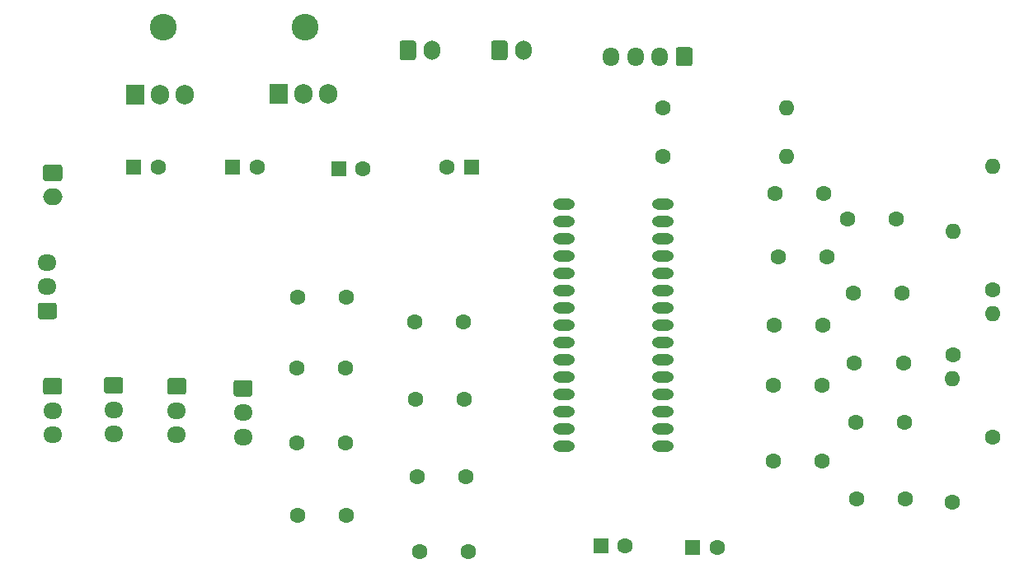
<source format=gbr>
%TF.GenerationSoftware,KiCad,Pcbnew,(5.1.6)-1*%
%TF.CreationDate,2020-09-04T13:31:07+05:30*%
%TF.ProjectId,tda7439,74646137-3433-4392-9e6b-696361645f70,rev?*%
%TF.SameCoordinates,Original*%
%TF.FileFunction,Copper,L1,Top*%
%TF.FilePolarity,Positive*%
%FSLAX46Y46*%
G04 Gerber Fmt 4.6, Leading zero omitted, Abs format (unit mm)*
G04 Created by KiCad (PCBNEW (5.1.6)-1) date 2020-09-04 13:31:07*
%MOMM*%
%LPD*%
G01*
G04 APERTURE LIST*
%TA.AperFunction,ComponentPad*%
%ADD10C,2.748280*%
%TD*%
%TA.AperFunction,ComponentPad*%
%ADD11O,1.950000X1.700000*%
%TD*%
%TA.AperFunction,ComponentPad*%
%ADD12O,1.700000X1.950000*%
%TD*%
%TA.AperFunction,ComponentPad*%
%ADD13C,1.600000*%
%TD*%
%TA.AperFunction,ComponentPad*%
%ADD14R,1.600000X1.600000*%
%TD*%
%TA.AperFunction,ComponentPad*%
%ADD15O,2.216000X1.108000*%
%TD*%
%TA.AperFunction,ComponentPad*%
%ADD16O,2.000000X1.700000*%
%TD*%
%TA.AperFunction,ComponentPad*%
%ADD17O,1.700000X2.000000*%
%TD*%
%TA.AperFunction,ComponentPad*%
%ADD18O,1.600000X1.600000*%
%TD*%
%TA.AperFunction,ComponentPad*%
%ADD19O,1.905000X2.000000*%
%TD*%
%TA.AperFunction,ComponentPad*%
%ADD20R,1.905000X2.000000*%
%TD*%
G04 APERTURE END LIST*
D10*
%TO.P,hs_5770,*%
%TO.N,*%
X90250000Y-83176640D03*
%TD*%
%TO.P,hs_5770,*%
%TO.N,*%
X75750000Y-83201640D03*
%TD*%
%TO.P,J2,1*%
%TO.N,L-OUT*%
%TA.AperFunction,ComponentPad*%
G36*
G01*
X64525000Y-113200000D02*
X63075000Y-113200000D01*
G75*
G02*
X62825000Y-112950000I0J250000D01*
G01*
X62825000Y-111750000D01*
G75*
G02*
X63075000Y-111500000I250000J0D01*
G01*
X64525000Y-111500000D01*
G75*
G02*
X64775000Y-111750000I0J-250000D01*
G01*
X64775000Y-112950000D01*
G75*
G02*
X64525000Y-113200000I-250000J0D01*
G01*
G37*
%TD.AperFunction*%
D11*
%TO.P,J2,2*%
%TO.N,GND*%
X63800000Y-109850000D03*
%TO.P,J2,3*%
%TO.N,R-OUT*%
X63800000Y-107350000D03*
%TD*%
%TO.P,J9,1*%
%TO.N,Net-(J9-Pad1)*%
%TA.AperFunction,ComponentPad*%
G36*
G01*
X130050000Y-85475000D02*
X130050000Y-86925000D01*
G75*
G02*
X129800000Y-87175000I-250000J0D01*
G01*
X128600000Y-87175000D01*
G75*
G02*
X128350000Y-86925000I0J250000D01*
G01*
X128350000Y-85475000D01*
G75*
G02*
X128600000Y-85225000I250000J0D01*
G01*
X129800000Y-85225000D01*
G75*
G02*
X130050000Y-85475000I0J-250000D01*
G01*
G37*
%TD.AperFunction*%
D12*
%TO.P,J9,2*%
%TO.N,SCL*%
X126700000Y-86200000D03*
%TO.P,J9,3*%
%TO.N,SDA*%
X124200000Y-86200000D03*
%TO.P,J9,4*%
%TO.N,DGND*%
X121700000Y-86200000D03*
%TD*%
D13*
%TO.P,C12,2*%
%TO.N,Net-(C12-Pad2)*%
X132600000Y-136650000D03*
D14*
%TO.P,C12,1*%
%TO.N,Net-(C12-Pad1)*%
X130100000Y-136650000D03*
%TD*%
%TO.P,C13,1*%
%TO.N,Net-(C13-Pad1)*%
X120625000Y-136475000D03*
D13*
%TO.P,C13,2*%
%TO.N,Net-(C13-Pad2)*%
X123125000Y-136475000D03*
%TD*%
%TO.P,C14,1*%
%TO.N,mi-r*%
X146900000Y-131700000D03*
%TO.P,C14,2*%
%TO.N,Net-(C14-Pad2)*%
X151900000Y-131700000D03*
%TD*%
%TO.P,C15,2*%
%TO.N,Net-(C14-Pad2)*%
X143350000Y-127800000D03*
%TO.P,C15,1*%
%TO.N,mo-r*%
X138350000Y-127800000D03*
%TD*%
%TO.P,C16,1*%
%TO.N,mi-l*%
X138850000Y-106800000D03*
%TO.P,C16,2*%
%TO.N,Net-(C16-Pad2)*%
X143850000Y-106800000D03*
%TD*%
%TO.P,C17,2*%
%TO.N,Net-(C16-Pad2)*%
X151600000Y-110550000D03*
%TO.P,C17,1*%
%TO.N,mo-l*%
X146600000Y-110550000D03*
%TD*%
%TO.P,C18,2*%
%TO.N,t-l*%
X146000000Y-102900000D03*
%TO.P,C18,1*%
%TO.N,GND*%
X151000000Y-102900000D03*
%TD*%
%TO.P,C19,1*%
%TO.N,bi-l*%
X146700000Y-117700000D03*
%TO.P,C19,2*%
%TO.N,Net-(C19-Pad2)*%
X151700000Y-117700000D03*
%TD*%
%TO.P,C20,2*%
%TO.N,Net-(C19-Pad2)*%
X143450000Y-113800000D03*
%TO.P,C20,1*%
%TO.N,bo-l*%
X138450000Y-113800000D03*
%TD*%
%TO.P,C21,1*%
%TO.N,bi-r*%
X146850000Y-123800000D03*
%TO.P,C21,2*%
%TO.N,Net-(C21-Pad2)*%
X151850000Y-123800000D03*
%TD*%
%TO.P,C22,2*%
%TO.N,Net-(C21-Pad2)*%
X143400000Y-120000000D03*
%TO.P,C22,1*%
%TO.N,bo-r*%
X138400000Y-120000000D03*
%TD*%
%TO.P,C23,1*%
%TO.N,GND*%
X143550000Y-100300000D03*
%TO.P,C23,2*%
%TO.N,t-r*%
X138550000Y-100300000D03*
%TD*%
D15*
%TO.P,U2,1*%
%TO.N,SDA*%
X116820000Y-101354000D03*
%TO.P,U2,2*%
%TO.N,Net-(C11-Pad1)*%
X116820000Y-103132000D03*
%TO.P,U2,3*%
%TO.N,+9V*%
X116820000Y-104910000D03*
%TO.P,U2,4*%
%TO.N,GND*%
X116820000Y-106688000D03*
%TO.P,U2,5*%
%TO.N,R-OUT*%
X116820000Y-108466000D03*
%TO.P,U2,6*%
%TO.N,L-OUT*%
X116820000Y-110244000D03*
%TO.P,U2,7*%
%TO.N,R4*%
X116820000Y-112022000D03*
%TO.P,U2,8*%
%TO.N,R3*%
X116820000Y-113800000D03*
%TO.P,U2,9*%
%TO.N,R2*%
X116820000Y-115578000D03*
%TO.P,U2,10*%
%TO.N,R1*%
X116820000Y-117356000D03*
%TO.P,U2,11*%
%TO.N,L1*%
X116820000Y-119134000D03*
%TO.P,U2,12*%
%TO.N,L2*%
X116820000Y-120912000D03*
%TO.P,U2,13*%
%TO.N,L3*%
X116820000Y-122690000D03*
%TO.P,U2,14*%
%TO.N,L4*%
X116820000Y-124468000D03*
%TO.P,U2,15*%
%TO.N,Net-(C13-Pad1)*%
X116820000Y-126246000D03*
%TO.P,U2,16*%
%TO.N,Net-(C13-Pad2)*%
X126980000Y-126246000D03*
%TO.P,U2,17*%
%TO.N,Net-(C12-Pad1)*%
X126980000Y-124468000D03*
%TO.P,U2,18*%
%TO.N,Net-(C12-Pad2)*%
X126980000Y-122690000D03*
%TO.P,U2,19*%
%TO.N,mi-r*%
X126980000Y-120912000D03*
%TO.P,U2,20*%
%TO.N,mo-r*%
X126980000Y-119134000D03*
%TO.P,U2,21*%
%TO.N,bi-r*%
X126980000Y-117356000D03*
%TO.P,U2,22*%
%TO.N,bo-r*%
X126980000Y-115578000D03*
%TO.P,U2,23*%
%TO.N,bi-l*%
X126980000Y-113800000D03*
%TO.P,U2,24*%
%TO.N,bo-l*%
X126980000Y-112022000D03*
%TO.P,U2,25*%
%TO.N,mo-l*%
X126980000Y-110244000D03*
%TO.P,U2,26*%
%TO.N,mi-l*%
X126980000Y-108466000D03*
%TO.P,U2,27*%
%TO.N,t-l*%
X126980000Y-106688000D03*
%TO.P,U2,28*%
%TO.N,t-r*%
X126980000Y-104910000D03*
%TO.P,U2,29*%
%TO.N,DGND*%
X126980000Y-103132000D03*
%TO.P,U2,30*%
%TO.N,SCL*%
X126980000Y-101354000D03*
%TD*%
D13*
%TO.P,C2,1*%
%TO.N,Net-(C2-Pad1)*%
X89450000Y-125950000D03*
%TO.P,C2,2*%
%TO.N,L1*%
X94450000Y-125950000D03*
%TD*%
%TO.P,C3,2*%
%TO.N,R2*%
X94400000Y-118200000D03*
%TO.P,C3,1*%
%TO.N,Net-(C3-Pad1)*%
X89400000Y-118200000D03*
%TD*%
%TO.P,C4,1*%
%TO.N,Net-(C4-Pad1)*%
X101800000Y-129400000D03*
%TO.P,C4,2*%
%TO.N,L2*%
X106800000Y-129400000D03*
%TD*%
%TO.P,C5,2*%
%TO.N,R3*%
X106500000Y-113500000D03*
%TO.P,C5,1*%
%TO.N,Net-(C5-Pad1)*%
X101500000Y-113500000D03*
%TD*%
%TO.P,C6,1*%
%TO.N,Net-(C6-Pad1)*%
X89500000Y-133400000D03*
%TO.P,C6,2*%
%TO.N,L3*%
X94500000Y-133400000D03*
%TD*%
%TO.P,C7,2*%
%TO.N,R4*%
X94500000Y-110900000D03*
%TO.P,C7,1*%
%TO.N,Net-(C7-Pad1)*%
X89500000Y-110900000D03*
%TD*%
%TO.P,C8,1*%
%TO.N,Net-(C8-Pad1)*%
X102000000Y-137100000D03*
%TO.P,C8,2*%
%TO.N,L4*%
X107000000Y-137100000D03*
%TD*%
D14*
%TO.P,C10,1*%
%TO.N,+5V*%
X82850000Y-97600000D03*
D13*
%TO.P,C10,2*%
%TO.N,GND*%
X85350000Y-97600000D03*
%TD*%
D14*
%TO.P,C11,1*%
%TO.N,Net-(C11-Pad1)*%
X107375000Y-97600000D03*
D13*
%TO.P,C11,2*%
%TO.N,GND*%
X104875000Y-97600000D03*
%TD*%
%TO.P,C25,2*%
%TO.N,GND*%
X96225000Y-97725000D03*
D14*
%TO.P,C25,1*%
%TO.N,+9V*%
X93725000Y-97725000D03*
%TD*%
D16*
%TO.P,J1,2*%
%TO.N,GND*%
X64350000Y-100650000D03*
%TO.P,J1,1*%
%TO.N,+12V*%
%TA.AperFunction,ComponentPad*%
G36*
G01*
X63600000Y-97300000D02*
X65100000Y-97300000D01*
G75*
G02*
X65350000Y-97550000I0J-250000D01*
G01*
X65350000Y-98750000D01*
G75*
G02*
X65100000Y-99000000I-250000J0D01*
G01*
X63600000Y-99000000D01*
G75*
G02*
X63350000Y-98750000I0J250000D01*
G01*
X63350000Y-97550000D01*
G75*
G02*
X63600000Y-97300000I250000J0D01*
G01*
G37*
%TD.AperFunction*%
%TD*%
D11*
%TO.P,J3,3*%
%TO.N,Net-(C4-Pad1)*%
X77100000Y-125100000D03*
%TO.P,J3,2*%
%TO.N,GND*%
X77100000Y-122600000D03*
%TO.P,J3,1*%
%TO.N,Net-(C3-Pad1)*%
%TA.AperFunction,ComponentPad*%
G36*
G01*
X76375000Y-119250000D02*
X77825000Y-119250000D01*
G75*
G02*
X78075000Y-119500000I0J-250000D01*
G01*
X78075000Y-120700000D01*
G75*
G02*
X77825000Y-120950000I-250000J0D01*
G01*
X76375000Y-120950000D01*
G75*
G02*
X76125000Y-120700000I0J250000D01*
G01*
X76125000Y-119500000D01*
G75*
G02*
X76375000Y-119250000I250000J0D01*
G01*
G37*
%TD.AperFunction*%
%TD*%
%TO.P,J4,1*%
%TO.N,Net-(C5-Pad1)*%
%TA.AperFunction,ComponentPad*%
G36*
G01*
X69875000Y-119150000D02*
X71325000Y-119150000D01*
G75*
G02*
X71575000Y-119400000I0J-250000D01*
G01*
X71575000Y-120600000D01*
G75*
G02*
X71325000Y-120850000I-250000J0D01*
G01*
X69875000Y-120850000D01*
G75*
G02*
X69625000Y-120600000I0J250000D01*
G01*
X69625000Y-119400000D01*
G75*
G02*
X69875000Y-119150000I250000J0D01*
G01*
G37*
%TD.AperFunction*%
%TO.P,J4,2*%
%TO.N,GND*%
X70600000Y-122500000D03*
%TO.P,J4,3*%
%TO.N,Net-(C6-Pad1)*%
X70600000Y-125000000D03*
%TD*%
%TO.P,J5,1*%
%TO.N,Net-(C7-Pad1)*%
%TA.AperFunction,ComponentPad*%
G36*
G01*
X63625000Y-119250000D02*
X65075000Y-119250000D01*
G75*
G02*
X65325000Y-119500000I0J-250000D01*
G01*
X65325000Y-120700000D01*
G75*
G02*
X65075000Y-120950000I-250000J0D01*
G01*
X63625000Y-120950000D01*
G75*
G02*
X63375000Y-120700000I0J250000D01*
G01*
X63375000Y-119500000D01*
G75*
G02*
X63625000Y-119250000I250000J0D01*
G01*
G37*
%TD.AperFunction*%
%TO.P,J5,2*%
%TO.N,GND*%
X64350000Y-122600000D03*
%TO.P,J5,3*%
%TO.N,Net-(C8-Pad1)*%
X64350000Y-125100000D03*
%TD*%
%TO.P,J6,3*%
%TO.N,Net-(C2-Pad1)*%
X83900000Y-125300000D03*
%TO.P,J6,2*%
%TO.N,GND*%
X83900000Y-122800000D03*
%TO.P,J6,1*%
%TO.N,Net-(C1-Pad1)*%
%TA.AperFunction,ComponentPad*%
G36*
G01*
X83175000Y-119450000D02*
X84625000Y-119450000D01*
G75*
G02*
X84875000Y-119700000I0J-250000D01*
G01*
X84875000Y-120900000D01*
G75*
G02*
X84625000Y-121150000I-250000J0D01*
G01*
X83175000Y-121150000D01*
G75*
G02*
X82925000Y-120900000I0J250000D01*
G01*
X82925000Y-119700000D01*
G75*
G02*
X83175000Y-119450000I250000J0D01*
G01*
G37*
%TD.AperFunction*%
%TD*%
%TO.P,J7,1*%
%TO.N,+9V*%
%TA.AperFunction,ComponentPad*%
G36*
G01*
X109375000Y-86300000D02*
X109375000Y-84800000D01*
G75*
G02*
X109625000Y-84550000I250000J0D01*
G01*
X110825000Y-84550000D01*
G75*
G02*
X111075000Y-84800000I0J-250000D01*
G01*
X111075000Y-86300000D01*
G75*
G02*
X110825000Y-86550000I-250000J0D01*
G01*
X109625000Y-86550000D01*
G75*
G02*
X109375000Y-86300000I0J250000D01*
G01*
G37*
%TD.AperFunction*%
D17*
%TO.P,J7,2*%
%TO.N,GND*%
X112725000Y-85550000D03*
%TD*%
%TO.P,J8,1*%
%TO.N,+5V*%
%TA.AperFunction,ComponentPad*%
G36*
G01*
X99975000Y-86300000D02*
X99975000Y-84800000D01*
G75*
G02*
X100225000Y-84550000I250000J0D01*
G01*
X101425000Y-84550000D01*
G75*
G02*
X101675000Y-84800000I0J-250000D01*
G01*
X101675000Y-86300000D01*
G75*
G02*
X101425000Y-86550000I-250000J0D01*
G01*
X100225000Y-86550000D01*
G75*
G02*
X99975000Y-86300000I0J250000D01*
G01*
G37*
%TD.AperFunction*%
%TO.P,J8,2*%
%TO.N,GND*%
X103325000Y-85550000D03*
%TD*%
D13*
%TO.P,R1,1*%
%TO.N,Net-(C14-Pad2)*%
X156775000Y-132025000D03*
D18*
%TO.P,R1,2*%
%TO.N,GND*%
X156775000Y-119325000D03*
%TD*%
%TO.P,R2,2*%
%TO.N,GND*%
X160850000Y-97500000D03*
D13*
%TO.P,R2,1*%
%TO.N,Net-(C16-Pad2)*%
X160850000Y-110200000D03*
%TD*%
D18*
%TO.P,R3,2*%
%TO.N,Net-(J9-Pad1)*%
X139700000Y-96475000D03*
D13*
%TO.P,R3,1*%
%TO.N,SDA*%
X127000000Y-96475000D03*
%TD*%
%TO.P,R4,1*%
%TO.N,SCL*%
X127000000Y-91500000D03*
D18*
%TO.P,R4,2*%
%TO.N,Net-(J9-Pad1)*%
X139700000Y-91500000D03*
%TD*%
D13*
%TO.P,R5,1*%
%TO.N,Net-(C19-Pad2)*%
X156800000Y-116900000D03*
D18*
%TO.P,R5,2*%
%TO.N,GND*%
X156800000Y-104200000D03*
%TD*%
%TO.P,R6,2*%
%TO.N,GND*%
X160850000Y-112600000D03*
D13*
%TO.P,R6,1*%
%TO.N,Net-(C21-Pad2)*%
X160850000Y-125300000D03*
%TD*%
D19*
%TO.P,U1,3*%
%TO.N,+5V*%
X77950000Y-90125000D03*
%TO.P,U1,2*%
%TO.N,GND*%
X75410000Y-90125000D03*
D20*
%TO.P,U1,1*%
%TO.N,+12V*%
X72870000Y-90125000D03*
%TD*%
%TO.P,U4,1*%
%TO.N,+12V*%
X87595000Y-90025000D03*
D19*
%TO.P,U4,2*%
%TO.N,GND*%
X90135000Y-90025000D03*
%TO.P,U4,3*%
%TO.N,+9V*%
X92675000Y-90025000D03*
%TD*%
D13*
%TO.P,C1,1*%
%TO.N,Net-(C1-Pad1)*%
X101600000Y-121400000D03*
%TO.P,C1,2*%
%TO.N,R1*%
X106600000Y-121400000D03*
%TD*%
D14*
%TO.P,C9,1*%
%TO.N,+12V*%
X72675000Y-97600000D03*
D13*
%TO.P,C9,2*%
%TO.N,GND*%
X75175000Y-97600000D03*
%TD*%
M02*

</source>
